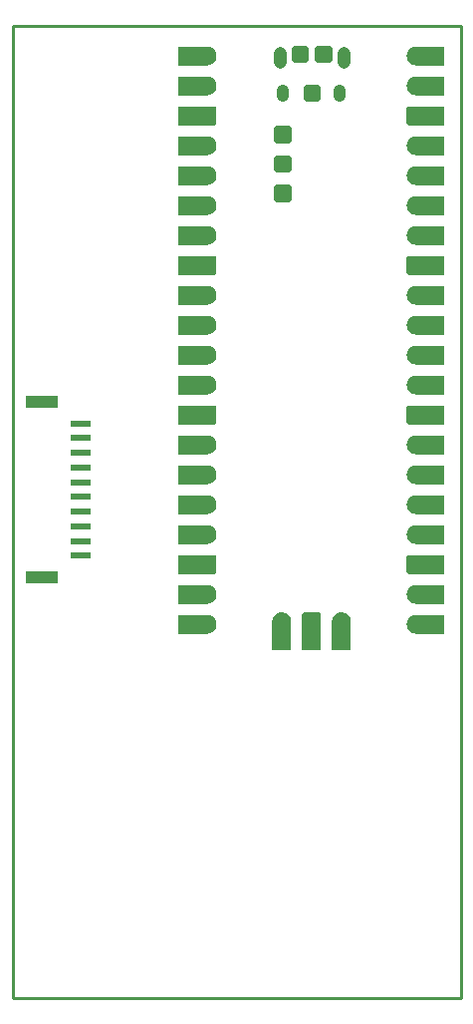
<source format=gbr>
G04 EAGLE Gerber RS-274X export*
G75*
%MOMM*%
%FSLAX34Y34*%
%LPD*%
%INSolderpaste Top*%
%IPPOS*%
%AMOC8*
5,1,8,0,0,1.08239X$1,22.5*%
G01*
G04 Define Apertures*
%ADD10C,0.600000*%
%ADD11C,1.100000*%
%ADD12C,1.050000*%
%ADD13R,1.701800X0.609600*%
%ADD14R,2.794000X1.092200*%
%ADD15C,0.254000*%
G36*
X-82369Y-84181D02*
X-82897Y-84250D01*
X-112950Y-84250D01*
X-112950Y-68150D01*
X-82897Y-68150D01*
X-82369Y-68219D01*
X-81875Y-68424D01*
X-81450Y-68750D01*
X-81124Y-69175D01*
X-80919Y-69669D01*
X-80850Y-70197D01*
X-80850Y-82203D01*
X-80919Y-82731D01*
X-81124Y-83225D01*
X-81450Y-83650D01*
X-81875Y-83976D01*
X-82369Y-84181D01*
G37*
G36*
X-82369Y42819D02*
X-82897Y42750D01*
X-112950Y42750D01*
X-112950Y58850D01*
X-82897Y58850D01*
X-82369Y58781D01*
X-81875Y58576D01*
X-81450Y58250D01*
X-81124Y57825D01*
X-80919Y57331D01*
X-80850Y56803D01*
X-80850Y44797D01*
X-80919Y44269D01*
X-81124Y43775D01*
X-81450Y43350D01*
X-81875Y43024D01*
X-82369Y42819D01*
G37*
G36*
X-82369Y169819D02*
X-82897Y169750D01*
X-112950Y169750D01*
X-112950Y185850D01*
X-82897Y185850D01*
X-82369Y185781D01*
X-81875Y185576D01*
X-81450Y185250D01*
X-81124Y184825D01*
X-80919Y184331D01*
X-80850Y183803D01*
X-80850Y171797D01*
X-80919Y171269D01*
X-81124Y170775D01*
X-81450Y170350D01*
X-81875Y170024D01*
X-82369Y169819D01*
G37*
G36*
X-82369Y296819D02*
X-82897Y296750D01*
X-112950Y296750D01*
X-112950Y312850D01*
X-82897Y312850D01*
X-82369Y312781D01*
X-81875Y312576D01*
X-81450Y312250D01*
X-81124Y311825D01*
X-80919Y311331D01*
X-80850Y310803D01*
X-80850Y298797D01*
X-80919Y298269D01*
X-81124Y297775D01*
X-81450Y297350D01*
X-81875Y297024D01*
X-82369Y296819D01*
G37*
G36*
X8050Y-118697D02*
X8050Y-148750D01*
X-8050Y-148750D01*
X-8050Y-118697D01*
X-7981Y-118169D01*
X-7776Y-117675D01*
X-7450Y-117250D01*
X-7025Y-116924D01*
X-6531Y-116719D01*
X-6003Y-116650D01*
X6003Y-116650D01*
X6531Y-116719D01*
X7025Y-116924D01*
X7450Y-117250D01*
X7776Y-117675D01*
X7981Y-118169D01*
X8050Y-118697D01*
G37*
G36*
X112950Y-68150D02*
X112950Y-84250D01*
X82897Y-84250D01*
X82369Y-84181D01*
X81875Y-83976D01*
X81450Y-83650D01*
X81124Y-83225D01*
X80919Y-82731D01*
X80850Y-82203D01*
X80850Y-70197D01*
X80919Y-69669D01*
X81124Y-69175D01*
X81450Y-68750D01*
X81875Y-68424D01*
X82369Y-68219D01*
X82897Y-68150D01*
X112950Y-68150D01*
G37*
G36*
X112950Y58850D02*
X112950Y42750D01*
X82897Y42750D01*
X82369Y42819D01*
X81875Y43024D01*
X81450Y43350D01*
X81124Y43775D01*
X80919Y44269D01*
X80850Y44797D01*
X80850Y56803D01*
X80919Y57331D01*
X81124Y57825D01*
X81450Y58250D01*
X81875Y58576D01*
X82369Y58781D01*
X82897Y58850D01*
X112950Y58850D01*
G37*
G36*
X112950Y185850D02*
X112950Y169750D01*
X82897Y169750D01*
X82369Y169819D01*
X81875Y170024D01*
X81450Y170350D01*
X81124Y170775D01*
X80919Y171269D01*
X80850Y171797D01*
X80850Y183803D01*
X80919Y184331D01*
X81124Y184825D01*
X81450Y185250D01*
X81875Y185576D01*
X82369Y185781D01*
X82897Y185850D01*
X112950Y185850D01*
G37*
G36*
X112950Y312850D02*
X112950Y296750D01*
X82897Y296750D01*
X82369Y296819D01*
X81875Y297024D01*
X81450Y297350D01*
X81124Y297775D01*
X80919Y298269D01*
X80850Y298797D01*
X80850Y310803D01*
X80919Y311331D01*
X81124Y311825D01*
X81450Y312250D01*
X81875Y312576D01*
X82369Y312781D01*
X82897Y312850D01*
X112950Y312850D01*
G37*
G36*
X-87329Y-134896D02*
X-88898Y-135050D01*
X-112950Y-135050D01*
X-112950Y-118950D01*
X-88898Y-118950D01*
X-87329Y-119104D01*
X-85819Y-119563D01*
X-84428Y-120306D01*
X-83208Y-121308D01*
X-82206Y-122528D01*
X-81463Y-123919D01*
X-81004Y-125429D01*
X-80850Y-127000D01*
X-81004Y-128571D01*
X-81463Y-130081D01*
X-82206Y-131472D01*
X-83208Y-132692D01*
X-84428Y-133694D01*
X-85819Y-134437D01*
X-87329Y-134896D01*
G37*
G36*
X-87329Y-109496D02*
X-88898Y-109650D01*
X-112950Y-109650D01*
X-112950Y-93550D01*
X-88898Y-93550D01*
X-87329Y-93704D01*
X-85819Y-94163D01*
X-84428Y-94906D01*
X-83208Y-95908D01*
X-82206Y-97128D01*
X-81463Y-98519D01*
X-81004Y-100029D01*
X-80850Y-101600D01*
X-81004Y-103171D01*
X-81463Y-104681D01*
X-82206Y-106072D01*
X-83208Y-107292D01*
X-84428Y-108294D01*
X-85819Y-109037D01*
X-87329Y-109496D01*
G37*
G36*
X-87329Y-58696D02*
X-88898Y-58850D01*
X-112950Y-58850D01*
X-112950Y-42750D01*
X-88898Y-42750D01*
X-87329Y-42904D01*
X-85819Y-43363D01*
X-84428Y-44106D01*
X-83208Y-45108D01*
X-82206Y-46328D01*
X-81463Y-47719D01*
X-81004Y-49229D01*
X-80850Y-50800D01*
X-81004Y-52371D01*
X-81463Y-53881D01*
X-82206Y-55272D01*
X-83208Y-56492D01*
X-84428Y-57494D01*
X-85819Y-58237D01*
X-87329Y-58696D01*
G37*
G36*
X-87329Y-33296D02*
X-88898Y-33450D01*
X-112950Y-33450D01*
X-112950Y-17350D01*
X-88898Y-17350D01*
X-87329Y-17504D01*
X-85819Y-17963D01*
X-84428Y-18706D01*
X-83208Y-19708D01*
X-82206Y-20928D01*
X-81463Y-22319D01*
X-81004Y-23829D01*
X-80850Y-25400D01*
X-81004Y-26971D01*
X-81463Y-28481D01*
X-82206Y-29872D01*
X-83208Y-31092D01*
X-84428Y-32094D01*
X-85819Y-32837D01*
X-87329Y-33296D01*
G37*
G36*
X-87329Y-7896D02*
X-88898Y-8050D01*
X-112950Y-8050D01*
X-112950Y8050D01*
X-88898Y8050D01*
X-87329Y7896D01*
X-85819Y7437D01*
X-84428Y6694D01*
X-83208Y5692D01*
X-82206Y4472D01*
X-81463Y3081D01*
X-81004Y1571D01*
X-80850Y0D01*
X-81004Y-1571D01*
X-81463Y-3081D01*
X-82206Y-4472D01*
X-83208Y-5692D01*
X-84428Y-6694D01*
X-85819Y-7437D01*
X-87329Y-7896D01*
G37*
G36*
X-87329Y17504D02*
X-88898Y17350D01*
X-112950Y17350D01*
X-112950Y33450D01*
X-88898Y33450D01*
X-87329Y33296D01*
X-85819Y32837D01*
X-84428Y32094D01*
X-83208Y31092D01*
X-82206Y29872D01*
X-81463Y28481D01*
X-81004Y26971D01*
X-80850Y25400D01*
X-81004Y23829D01*
X-81463Y22319D01*
X-82206Y20928D01*
X-83208Y19708D01*
X-84428Y18706D01*
X-85819Y17963D01*
X-87329Y17504D01*
G37*
G36*
X-87329Y68304D02*
X-88898Y68150D01*
X-112950Y68150D01*
X-112950Y84250D01*
X-88898Y84250D01*
X-87329Y84096D01*
X-85819Y83637D01*
X-84428Y82894D01*
X-83208Y81892D01*
X-82206Y80672D01*
X-81463Y79281D01*
X-81004Y77771D01*
X-80850Y76200D01*
X-81004Y74629D01*
X-81463Y73119D01*
X-82206Y71728D01*
X-83208Y70508D01*
X-84428Y69506D01*
X-85819Y68763D01*
X-87329Y68304D01*
G37*
G36*
X-87329Y93704D02*
X-88898Y93550D01*
X-112950Y93550D01*
X-112950Y109650D01*
X-88898Y109650D01*
X-87329Y109496D01*
X-85819Y109037D01*
X-84428Y108294D01*
X-83208Y107292D01*
X-82206Y106072D01*
X-81463Y104681D01*
X-81004Y103171D01*
X-80850Y101600D01*
X-81004Y100029D01*
X-81463Y98519D01*
X-82206Y97128D01*
X-83208Y95908D01*
X-84428Y94906D01*
X-85819Y94163D01*
X-87329Y93704D01*
G37*
G36*
X-87329Y119104D02*
X-88898Y118950D01*
X-112950Y118950D01*
X-112950Y135050D01*
X-88898Y135050D01*
X-87329Y134896D01*
X-85819Y134437D01*
X-84428Y133694D01*
X-83208Y132692D01*
X-82206Y131472D01*
X-81463Y130081D01*
X-81004Y128571D01*
X-80850Y127000D01*
X-81004Y125429D01*
X-81463Y123919D01*
X-82206Y122528D01*
X-83208Y121308D01*
X-84428Y120306D01*
X-85819Y119563D01*
X-87329Y119104D01*
G37*
G36*
X-87329Y144504D02*
X-88898Y144350D01*
X-112950Y144350D01*
X-112950Y160450D01*
X-88898Y160450D01*
X-87329Y160296D01*
X-85819Y159837D01*
X-84428Y159094D01*
X-83208Y158092D01*
X-82206Y156872D01*
X-81463Y155481D01*
X-81004Y153971D01*
X-80850Y152400D01*
X-81004Y150829D01*
X-81463Y149319D01*
X-82206Y147928D01*
X-83208Y146708D01*
X-84428Y145706D01*
X-85819Y144963D01*
X-87329Y144504D01*
G37*
G36*
X-87329Y195304D02*
X-88898Y195150D01*
X-112950Y195150D01*
X-112950Y211250D01*
X-88898Y211250D01*
X-87329Y211096D01*
X-85819Y210637D01*
X-84428Y209894D01*
X-83208Y208892D01*
X-82206Y207672D01*
X-81463Y206281D01*
X-81004Y204771D01*
X-80850Y203200D01*
X-81004Y201629D01*
X-81463Y200119D01*
X-82206Y198728D01*
X-83208Y197508D01*
X-84428Y196506D01*
X-85819Y195763D01*
X-87329Y195304D01*
G37*
G36*
X-87329Y220704D02*
X-88898Y220550D01*
X-112950Y220550D01*
X-112950Y236650D01*
X-88898Y236650D01*
X-87329Y236496D01*
X-85819Y236037D01*
X-84428Y235294D01*
X-83208Y234292D01*
X-82206Y233072D01*
X-81463Y231681D01*
X-81004Y230171D01*
X-80850Y228600D01*
X-81004Y227029D01*
X-81463Y225519D01*
X-82206Y224128D01*
X-83208Y222908D01*
X-84428Y221906D01*
X-85819Y221163D01*
X-87329Y220704D01*
G37*
G36*
X-87329Y246104D02*
X-88898Y245950D01*
X-112950Y245950D01*
X-112950Y262050D01*
X-88898Y262050D01*
X-87329Y261896D01*
X-85819Y261437D01*
X-84428Y260694D01*
X-83208Y259692D01*
X-82206Y258472D01*
X-81463Y257081D01*
X-81004Y255571D01*
X-80850Y254000D01*
X-81004Y252429D01*
X-81463Y250919D01*
X-82206Y249528D01*
X-83208Y248308D01*
X-84428Y247306D01*
X-85819Y246563D01*
X-87329Y246104D01*
G37*
G36*
X-87329Y271504D02*
X-88898Y271350D01*
X-112950Y271350D01*
X-112950Y287450D01*
X-88898Y287450D01*
X-87329Y287296D01*
X-85819Y286837D01*
X-84428Y286094D01*
X-83208Y285092D01*
X-82206Y283872D01*
X-81463Y282481D01*
X-81004Y280971D01*
X-80850Y279400D01*
X-81004Y277829D01*
X-81463Y276319D01*
X-82206Y274928D01*
X-83208Y273708D01*
X-84428Y272706D01*
X-85819Y271963D01*
X-87329Y271504D01*
G37*
G36*
X-87329Y322304D02*
X-88898Y322150D01*
X-112950Y322150D01*
X-112950Y338250D01*
X-88898Y338250D01*
X-87329Y338096D01*
X-85819Y337637D01*
X-84428Y336894D01*
X-83208Y335892D01*
X-82206Y334672D01*
X-81463Y333281D01*
X-81004Y331771D01*
X-80850Y330200D01*
X-81004Y328629D01*
X-81463Y327119D01*
X-82206Y325728D01*
X-83208Y324508D01*
X-84428Y323506D01*
X-85819Y322763D01*
X-87329Y322304D01*
G37*
G36*
X-87329Y347704D02*
X-88898Y347550D01*
X-112950Y347550D01*
X-112950Y363650D01*
X-88898Y363650D01*
X-87329Y363496D01*
X-85819Y363037D01*
X-84428Y362294D01*
X-83208Y361292D01*
X-82206Y360072D01*
X-81463Y358681D01*
X-81004Y357171D01*
X-80850Y355600D01*
X-81004Y354029D01*
X-81463Y352519D01*
X-82206Y351128D01*
X-83208Y349908D01*
X-84428Y348906D01*
X-85819Y348163D01*
X-87329Y347704D01*
G37*
G36*
X-17350Y-124698D02*
X-17350Y-148750D01*
X-33450Y-148750D01*
X-33450Y-124698D01*
X-33296Y-123129D01*
X-32837Y-121619D01*
X-32094Y-120228D01*
X-31092Y-119008D01*
X-29872Y-118006D01*
X-28481Y-117263D01*
X-26971Y-116804D01*
X-25400Y-116650D01*
X-23829Y-116804D01*
X-22319Y-117263D01*
X-20928Y-118006D01*
X-19708Y-119008D01*
X-18706Y-120228D01*
X-17963Y-121619D01*
X-17504Y-123129D01*
X-17350Y-124698D01*
G37*
G36*
X33450Y-124698D02*
X33450Y-148750D01*
X17350Y-148750D01*
X17350Y-124698D01*
X17504Y-123129D01*
X17963Y-121619D01*
X18706Y-120228D01*
X19708Y-119008D01*
X20928Y-118006D01*
X22319Y-117263D01*
X23829Y-116804D01*
X25400Y-116650D01*
X26971Y-116804D01*
X28481Y-117263D01*
X29872Y-118006D01*
X31092Y-119008D01*
X32094Y-120228D01*
X32837Y-121619D01*
X33296Y-123129D01*
X33450Y-124698D01*
G37*
G36*
X112950Y-118950D02*
X112950Y-135050D01*
X88898Y-135050D01*
X87329Y-134896D01*
X85819Y-134437D01*
X84428Y-133694D01*
X83208Y-132692D01*
X82206Y-131472D01*
X81463Y-130081D01*
X81004Y-128571D01*
X80850Y-127000D01*
X81004Y-125429D01*
X81463Y-123919D01*
X82206Y-122528D01*
X83208Y-121308D01*
X84428Y-120306D01*
X85819Y-119563D01*
X87329Y-119104D01*
X88898Y-118950D01*
X112950Y-118950D01*
G37*
G36*
X112950Y-93550D02*
X112950Y-109650D01*
X88898Y-109650D01*
X87329Y-109496D01*
X85819Y-109037D01*
X84428Y-108294D01*
X83208Y-107292D01*
X82206Y-106072D01*
X81463Y-104681D01*
X81004Y-103171D01*
X80850Y-101600D01*
X81004Y-100029D01*
X81463Y-98519D01*
X82206Y-97128D01*
X83208Y-95908D01*
X84428Y-94906D01*
X85819Y-94163D01*
X87329Y-93704D01*
X88898Y-93550D01*
X112950Y-93550D01*
G37*
G36*
X112950Y-42750D02*
X112950Y-58850D01*
X88898Y-58850D01*
X87329Y-58696D01*
X85819Y-58237D01*
X84428Y-57494D01*
X83208Y-56492D01*
X82206Y-55272D01*
X81463Y-53881D01*
X81004Y-52371D01*
X80850Y-50800D01*
X81004Y-49229D01*
X81463Y-47719D01*
X82206Y-46328D01*
X83208Y-45108D01*
X84428Y-44106D01*
X85819Y-43363D01*
X87329Y-42904D01*
X88898Y-42750D01*
X112950Y-42750D01*
G37*
G36*
X112950Y-17350D02*
X112950Y-33450D01*
X88898Y-33450D01*
X87329Y-33296D01*
X85819Y-32837D01*
X84428Y-32094D01*
X83208Y-31092D01*
X82206Y-29872D01*
X81463Y-28481D01*
X81004Y-26971D01*
X80850Y-25400D01*
X81004Y-23829D01*
X81463Y-22319D01*
X82206Y-20928D01*
X83208Y-19708D01*
X84428Y-18706D01*
X85819Y-17963D01*
X87329Y-17504D01*
X88898Y-17350D01*
X112950Y-17350D01*
G37*
G36*
X112950Y8050D02*
X112950Y-8050D01*
X88898Y-8050D01*
X87329Y-7896D01*
X85819Y-7437D01*
X84428Y-6694D01*
X83208Y-5692D01*
X82206Y-4472D01*
X81463Y-3081D01*
X81004Y-1571D01*
X80850Y0D01*
X81004Y1571D01*
X81463Y3081D01*
X82206Y4472D01*
X83208Y5692D01*
X84428Y6694D01*
X85819Y7437D01*
X87329Y7896D01*
X88898Y8050D01*
X112950Y8050D01*
G37*
G36*
X112950Y33450D02*
X112950Y17350D01*
X88898Y17350D01*
X87329Y17504D01*
X85819Y17963D01*
X84428Y18706D01*
X83208Y19708D01*
X82206Y20928D01*
X81463Y22319D01*
X81004Y23829D01*
X80850Y25400D01*
X81004Y26971D01*
X81463Y28481D01*
X82206Y29872D01*
X83208Y31092D01*
X84428Y32094D01*
X85819Y32837D01*
X87329Y33296D01*
X88898Y33450D01*
X112950Y33450D01*
G37*
G36*
X112950Y84250D02*
X112950Y68150D01*
X88898Y68150D01*
X87329Y68304D01*
X85819Y68763D01*
X84428Y69506D01*
X83208Y70508D01*
X82206Y71728D01*
X81463Y73119D01*
X81004Y74629D01*
X80850Y76200D01*
X81004Y77771D01*
X81463Y79281D01*
X82206Y80672D01*
X83208Y81892D01*
X84428Y82894D01*
X85819Y83637D01*
X87329Y84096D01*
X88898Y84250D01*
X112950Y84250D01*
G37*
G36*
X112950Y109650D02*
X112950Y93550D01*
X88898Y93550D01*
X87329Y93704D01*
X85819Y94163D01*
X84428Y94906D01*
X83208Y95908D01*
X82206Y97128D01*
X81463Y98519D01*
X81004Y100029D01*
X80850Y101600D01*
X81004Y103171D01*
X81463Y104681D01*
X82206Y106072D01*
X83208Y107292D01*
X84428Y108294D01*
X85819Y109037D01*
X87329Y109496D01*
X88898Y109650D01*
X112950Y109650D01*
G37*
G36*
X112950Y135050D02*
X112950Y118950D01*
X88898Y118950D01*
X87329Y119104D01*
X85819Y119563D01*
X84428Y120306D01*
X83208Y121308D01*
X82206Y122528D01*
X81463Y123919D01*
X81004Y125429D01*
X80850Y127000D01*
X81004Y128571D01*
X81463Y130081D01*
X82206Y131472D01*
X83208Y132692D01*
X84428Y133694D01*
X85819Y134437D01*
X87329Y134896D01*
X88898Y135050D01*
X112950Y135050D01*
G37*
G36*
X112950Y160450D02*
X112950Y144350D01*
X88898Y144350D01*
X87329Y144504D01*
X85819Y144963D01*
X84428Y145706D01*
X83208Y146708D01*
X82206Y147928D01*
X81463Y149319D01*
X81004Y150829D01*
X80850Y152400D01*
X81004Y153971D01*
X81463Y155481D01*
X82206Y156872D01*
X83208Y158092D01*
X84428Y159094D01*
X85819Y159837D01*
X87329Y160296D01*
X88898Y160450D01*
X112950Y160450D01*
G37*
G36*
X112950Y211250D02*
X112950Y195150D01*
X88898Y195150D01*
X87329Y195304D01*
X85819Y195763D01*
X84428Y196506D01*
X83208Y197508D01*
X82206Y198728D01*
X81463Y200119D01*
X81004Y201629D01*
X80850Y203200D01*
X81004Y204771D01*
X81463Y206281D01*
X82206Y207672D01*
X83208Y208892D01*
X84428Y209894D01*
X85819Y210637D01*
X87329Y211096D01*
X88898Y211250D01*
X112950Y211250D01*
G37*
G36*
X112950Y236650D02*
X112950Y220550D01*
X88898Y220550D01*
X87329Y220704D01*
X85819Y221163D01*
X84428Y221906D01*
X83208Y222908D01*
X82206Y224128D01*
X81463Y225519D01*
X81004Y227029D01*
X80850Y228600D01*
X81004Y230171D01*
X81463Y231681D01*
X82206Y233072D01*
X83208Y234292D01*
X84428Y235294D01*
X85819Y236037D01*
X87329Y236496D01*
X88898Y236650D01*
X112950Y236650D01*
G37*
G36*
X112950Y262050D02*
X112950Y245950D01*
X88898Y245950D01*
X87329Y246104D01*
X85819Y246563D01*
X84428Y247306D01*
X83208Y248308D01*
X82206Y249528D01*
X81463Y250919D01*
X81004Y252429D01*
X80850Y254000D01*
X81004Y255571D01*
X81463Y257081D01*
X82206Y258472D01*
X83208Y259692D01*
X84428Y260694D01*
X85819Y261437D01*
X87329Y261896D01*
X88898Y262050D01*
X112950Y262050D01*
G37*
G36*
X112950Y287450D02*
X112950Y271350D01*
X88898Y271350D01*
X87329Y271504D01*
X85819Y271963D01*
X84428Y272706D01*
X83208Y273708D01*
X82206Y274928D01*
X81463Y276319D01*
X81004Y277829D01*
X80850Y279400D01*
X81004Y280971D01*
X81463Y282481D01*
X82206Y283872D01*
X83208Y285092D01*
X84428Y286094D01*
X85819Y286837D01*
X87329Y287296D01*
X88898Y287450D01*
X112950Y287450D01*
G37*
G36*
X112950Y338250D02*
X112950Y322150D01*
X88898Y322150D01*
X87329Y322304D01*
X85819Y322763D01*
X84428Y323506D01*
X83208Y324508D01*
X82206Y325728D01*
X81463Y327119D01*
X81004Y328629D01*
X80850Y330200D01*
X81004Y331771D01*
X81463Y333281D01*
X82206Y334672D01*
X83208Y335892D01*
X84428Y336894D01*
X85819Y337637D01*
X87329Y338096D01*
X88898Y338250D01*
X112950Y338250D01*
G37*
G36*
X112950Y363650D02*
X112950Y347550D01*
X88898Y347550D01*
X87329Y347704D01*
X85819Y348163D01*
X84428Y348906D01*
X83208Y349908D01*
X82206Y351128D01*
X81463Y352519D01*
X81004Y354029D01*
X80850Y355600D01*
X81004Y357171D01*
X81463Y358681D01*
X82206Y360072D01*
X83208Y361292D01*
X84428Y362294D01*
X85819Y363037D01*
X87329Y363496D01*
X88898Y363650D01*
X112950Y363650D01*
G37*
D10*
X-5500Y352800D02*
X-14500Y352800D01*
X-14500Y361800D01*
X-5500Y361800D01*
X-5500Y352800D01*
X-5500Y358500D02*
X-14500Y358500D01*
X5500Y352800D02*
X14500Y352800D01*
X5500Y352800D02*
X5500Y361800D01*
X14500Y361800D01*
X14500Y352800D01*
X14500Y358500D02*
X5500Y358500D01*
X4500Y319800D02*
X-4500Y319800D01*
X-4500Y328800D01*
X4500Y328800D01*
X4500Y319800D01*
X4500Y325500D02*
X-4500Y325500D01*
X-20500Y284800D02*
X-29500Y284800D01*
X-29500Y293800D01*
X-20500Y293800D01*
X-20500Y284800D01*
X-20500Y290500D02*
X-29500Y290500D01*
X-29500Y259800D02*
X-20500Y259800D01*
X-29500Y259800D02*
X-29500Y268800D01*
X-20500Y268800D01*
X-20500Y259800D01*
X-20500Y265500D02*
X-29500Y265500D01*
X-29500Y234800D02*
X-20500Y234800D01*
X-29500Y234800D02*
X-29500Y243800D01*
X-20500Y243800D01*
X-20500Y234800D01*
X-20500Y240500D02*
X-29500Y240500D01*
D11*
X-27250Y350800D02*
X-27250Y357800D01*
X27250Y357800D02*
X27250Y350800D01*
D12*
X-24250Y326000D02*
X-24250Y322000D01*
X24250Y322000D02*
X24250Y326000D01*
D13*
X-196135Y43550D03*
X-196135Y31050D03*
X-196135Y18550D03*
X-196135Y6050D03*
X-196135Y-6450D03*
X-196135Y-18950D03*
X-196135Y-31450D03*
X-196135Y-43950D03*
X-196135Y-56450D03*
X-196135Y-68950D03*
D14*
X-229635Y62050D03*
X-229635Y-87450D03*
D15*
X-254000Y-444500D02*
X127000Y-444500D01*
X127000Y381000D01*
X-254000Y381000D01*
X-254000Y-444500D01*
M02*

</source>
